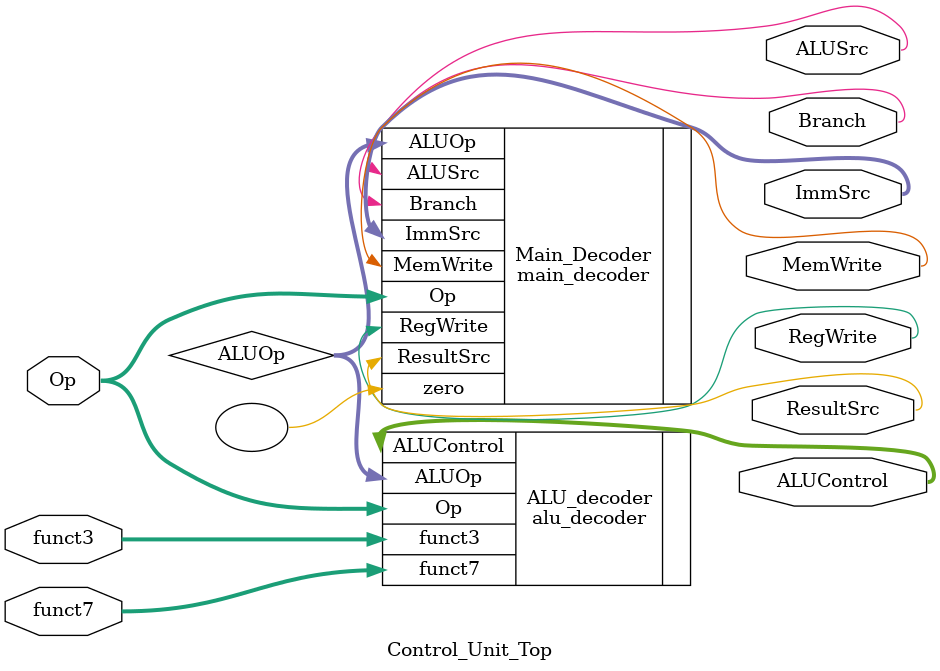
<source format=v>
`include "Alu_decoder.v"
`include "main_decoder.v"

module Control_Unit_Top(Op,RegWrite,ImmSrc,ALUSrc,MemWrite,ResultSrc,Branch,funct3,funct7,ALUControl);

    input [6:0]Op,funct7;
    input [2:0]funct3;
    output RegWrite,ALUSrc,MemWrite,ResultSrc,Branch;
    output [1:0]ImmSrc;
    output [2:0]ALUControl;

    wire [1:0]ALUOp;

 main_decoder Main_Decoder(.Op(Op),
                           .zero(),
                           .RegWrite(RegWrite),
                           .MemWrite(MemWrite),
                           .ImmSrc(ImmSrc),
                           .ALUSrc(ALUSrc),
                           .ResultSrc(ResultSrc),
                           /*.PCSrc(),*/
                           .ALUOp(ALUOp),
                           .Branch(Branch)
                           );

alu_decoder ALU_decoder (.ALUOp(ALUOp), 
                         .funct3(funct3),
                         .funct7(funct7),
                         .ALUControl(ALUControl),
                         .Op(Op));

endmodule
</source>
